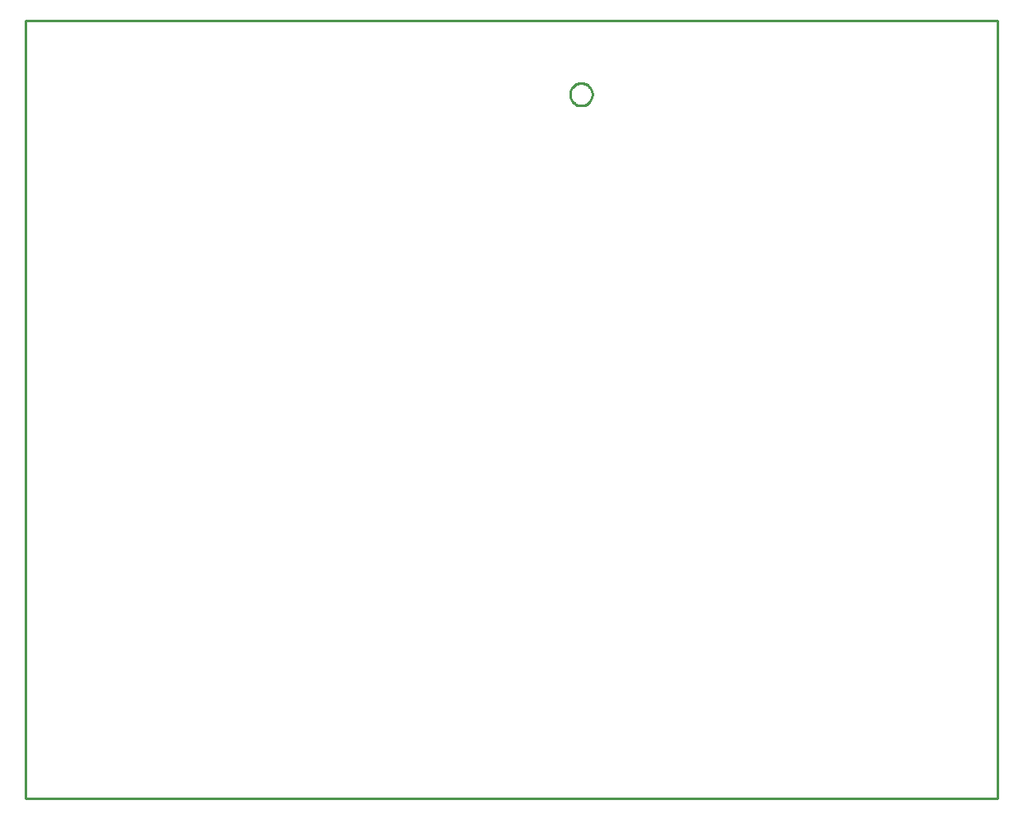
<source format=gbr>
G04 EAGLE Gerber RS-274X export*
G75*
%MOMM*%
%FSLAX34Y34*%
%LPD*%
%IN*%
%IPPOS*%
%AMOC8*
5,1,8,0,0,1.08239X$1,22.5*%
G01*
%ADD10C,0.254000*%


D10*
X0Y0D02*
X1000000Y0D01*
X1000000Y800000D01*
X0Y800000D01*
X0Y0D01*
X560000Y723448D02*
X560071Y722547D01*
X560212Y721655D01*
X560423Y720776D01*
X560702Y719917D01*
X561048Y719082D01*
X561459Y718277D01*
X561931Y717506D01*
X562462Y716775D01*
X563049Y716088D01*
X563688Y715449D01*
X564375Y714862D01*
X565106Y714331D01*
X565877Y713859D01*
X566682Y713448D01*
X567517Y713102D01*
X568376Y712823D01*
X569255Y712612D01*
X570147Y712471D01*
X571048Y712400D01*
X571952Y712400D01*
X572853Y712471D01*
X573745Y712612D01*
X574624Y712823D01*
X575483Y713102D01*
X576318Y713448D01*
X577123Y713859D01*
X577894Y714331D01*
X578625Y714862D01*
X579312Y715449D01*
X579951Y716088D01*
X580538Y716775D01*
X581069Y717506D01*
X581541Y718277D01*
X581952Y719082D01*
X582298Y719917D01*
X582577Y720776D01*
X582788Y721655D01*
X582929Y722547D01*
X583000Y723448D01*
X583000Y724352D01*
X582929Y725253D01*
X582788Y726145D01*
X582577Y727024D01*
X582298Y727883D01*
X581952Y728718D01*
X581541Y729523D01*
X581069Y730294D01*
X580538Y731025D01*
X579951Y731712D01*
X579312Y732351D01*
X578625Y732938D01*
X577894Y733469D01*
X577123Y733941D01*
X576318Y734352D01*
X575483Y734698D01*
X574624Y734977D01*
X573745Y735188D01*
X572853Y735329D01*
X571952Y735400D01*
X571048Y735400D01*
X570147Y735329D01*
X569255Y735188D01*
X568376Y734977D01*
X567517Y734698D01*
X566682Y734352D01*
X565877Y733941D01*
X565106Y733469D01*
X564375Y732938D01*
X563688Y732351D01*
X563049Y731712D01*
X562462Y731025D01*
X561931Y730294D01*
X561459Y729523D01*
X561048Y728718D01*
X560702Y727883D01*
X560423Y727024D01*
X560212Y726145D01*
X560071Y725253D01*
X560000Y724352D01*
X560000Y723448D01*
M02*

</source>
